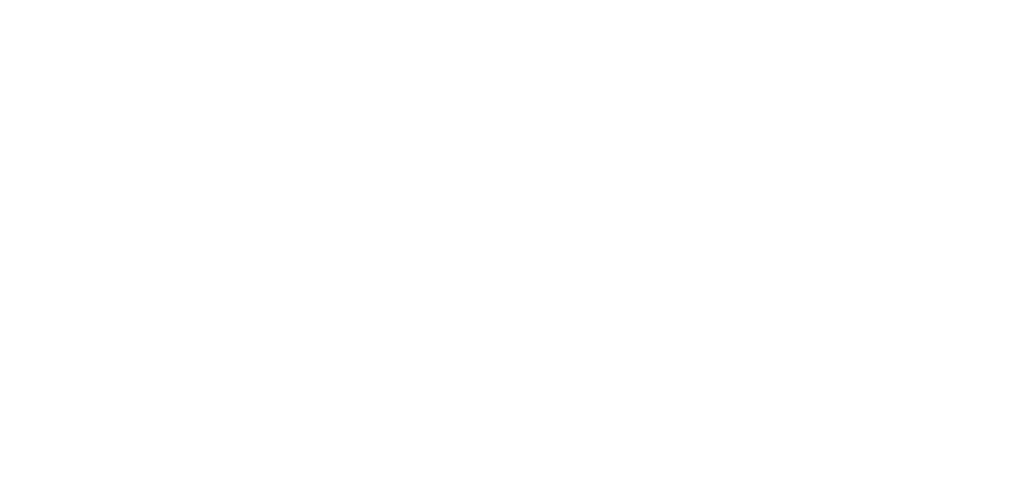
<source format=kicad_pcb>
(kicad_pcb (version 20240108) (generator pcbnew)
  (layers (0 "F.Cu" signal) (31 "B.Cu" signal) (34 "B.Paste" user) (35 "F.Paste" user) (36 "B.SilkS" user "B.Silkscreen") (37 "F.SilkS" user "F.Silkscreen") (38 "B.Mask" user) (39 "F.Mask" user) (44 "Edge.Cuts" user))
  (net 0 "")
  (footprint "MountingHole_6.5mm_Pad_Via" (layer "F.Cu") (at 0 0)
    (property "Reference" "REF**")
    (property "Value" "MountingHole_6.5mm_Pad_Via")
    (pad "1" thru_hole circle (at -4.875 0) (size 0.9 0.9) (drill 0.6) (layers *.Cu *.Mask) (remove_unused_layers))
    (pad "1" thru_hole circle (at -3.447146 -3.447146) (size 0.9 0.9) (drill 0.6) (layers *.Cu *.Mask) (remove_unused_layers))
    (pad "1" thru_hole circle (at -3.447146 3.447146) (size 0.9 0.9) (drill 0.6) (layers *.Cu *.Mask) (remove_unused_layers))
    (pad "1" thru_hole circle (at 0 -4.875) (size 0.9 0.9) (drill 0.6) (layers *.Cu *.Mask) (remove_unused_layers))
    (pad "1" thru_hole circle (at 0 0) (size 13 13) (drill 6.5) (layers *.Cu *.Mask) (remove_unused_layers))
    (pad "1" thru_hole circle (at 0 4.875) (size 0.9 0.9) (drill 0.6) (layers *.Cu *.Mask) (remove_unused_layers))
    (pad "1" thru_hole circle (at 3.447146 -3.447146) (size 0.9 0.9) (drill 0.6) (layers *.Cu *.Mask) (remove_unused_layers))
    (pad "1" thru_hole circle (at 3.447146 3.447146) (size 0.9 0.9) (drill 0.6) (layers *.Cu *.Mask) (remove_unused_layers))
    (pad "1" thru_hole circle (at 4.875 0) (size 0.9 0.9) (drill 0.6) (layers *.Cu *.Mask) (remove_unused_layers))
  )
)
</source>
